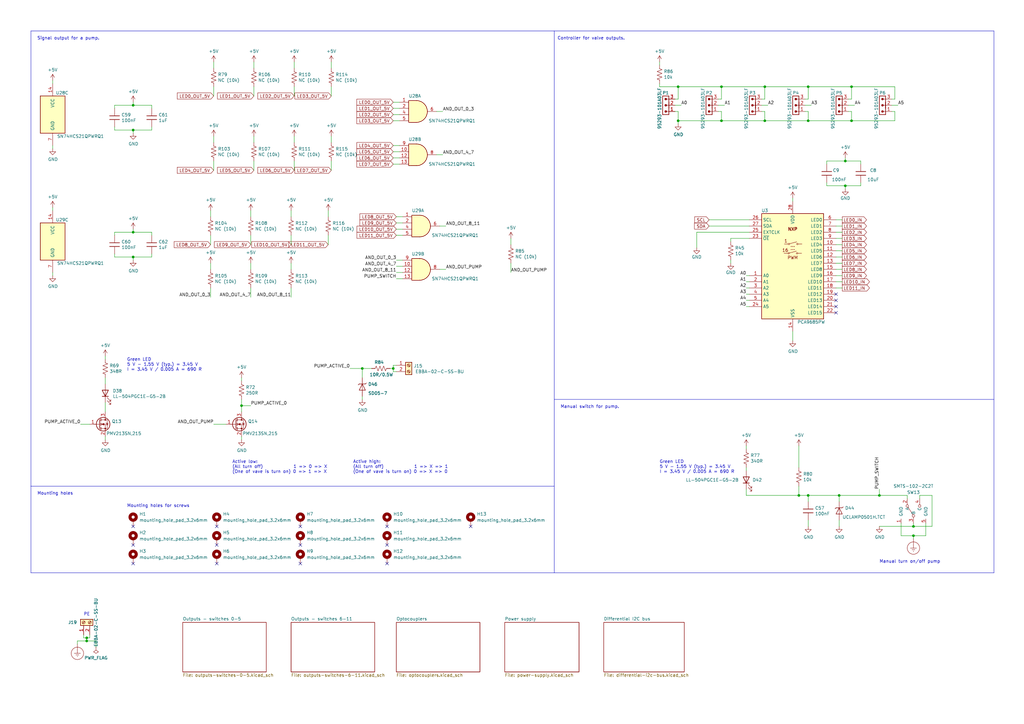
<source format=kicad_sch>
(kicad_sch (version 20230121) (generator eeschema)
  (paper "A3")
  (title_block (title "Zone controller") (date "2023-07-15") (rev "v2.0") (company "Roman Labovsky (roman-labovsky.cz)"))
  (junction (at 295.91 49.53))
  (junction (at 374.65 219.71))
  (junction (at 278.13 35.56))
  (junction (at 349.25 49.53))
  (junction (at 327.66 203.2))
  (junction (at 54.61 43.18))
  (junction (at 374.65 215.9))
  (junction (at 344.17 203.2))
  (junction (at 99.06 166.37))
  (junction (at 313.69 35.56))
  (junction (at 35.56 261.62))
  (junction (at 346.71 76.2))
  (junction (at 54.61 95.25))
  (junction (at 346.71 66.04))
  (junction (at 54.61 105.41))
  (junction (at 54.61 53.34))
  (junction (at 148.59 151.13))
  (junction (at 331.47 203.2))
  (junction (at 360.68 203.2))
  (junction (at 349.25 35.56))
  (junction (at 331.47 49.53))
  (junction (at 295.91 35.56))
  (junction (at 331.47 35.56))
  (junction (at 161.29 151.13))
  (junction (at 35.56 262.89))
  (junction (at 313.69 49.53))
  (junction (at 278.13 49.53))
  (no_connect (at 123.19 223.52))
  (no_connect (at 123.19 215.9))
  (no_connect (at 88.9 231.14))
  (no_connect (at 54.61 223.52))
  (no_connect (at 342.9 128.27))
  (no_connect (at 54.61 231.14))
  (no_connect (at 342.9 125.73))
  (no_connect (at 193.04 215.9))
  (no_connect (at 54.61 215.9))
  (no_connect (at 342.9 120.65))
  (no_connect (at 158.75 231.14))
  (no_connect (at 123.19 231.14))
  (no_connect (at 88.9 223.52))
  (no_connect (at 158.75 223.52))
  (no_connect (at 158.75 215.9))
  (no_connect (at 88.9 215.9))
  (no_connect (at 342.9 123.19))
  (wire (pts (xy 367.03 45.72) (xy 365.76 45.72)))
  (wire (pts (xy 165.1 109.22) (xy 162.56 109.22)))
  (wire (pts (xy 372.11 204.47) (xy 372.11 203.2)))
  (wire (pts (xy 104.14 25.4) (xy 104.14 27.94)))
  (wire (pts (xy 99.06 166.37) (xy 99.06 168.91)))
  (wire (pts (xy 331.47 40.64) (xy 331.47 35.56)))
  (wire (pts (xy 331.47 45.72) (xy 330.2 45.72)))
  (wire (pts (xy 87.63 35.56) (xy 87.63 39.37)))
  (wire (pts (xy 374.65 220.98) (xy 374.65 219.71)))
  (wire (pts (xy 342.9 107.95) (xy 345.44 107.95)))
  (wire (pts (xy 327.66 203.2) (xy 331.47 203.2)))
  (wire (pts (xy 119.38 96.52) (xy 119.38 100.33)))
  (wire (pts (xy 367.03 49.53) (xy 367.03 45.72)))
  (wire (pts (xy 161.29 151.13) (xy 161.29 152.4)))
  (wire (pts (xy 369.57 214.63) (xy 369.57 219.71)))
  (wire (pts (xy 342.9 118.11) (xy 345.44 118.11)))
  (wire (pts (xy 119.38 118.11) (xy 119.38 121.92)))
  (wire (pts (xy 54.61 41.91) (xy 54.61 43.18)))
  (wire (pts (xy 313.69 49.53) (xy 313.69 45.72)))
  (wire (pts (xy 99.06 180.34) (xy 99.06 179.07)))
  (wire (pts (xy 35.56 261.62) (xy 35.56 262.89)))
  (wire (pts (xy 276.86 43.18) (xy 279.4 43.18)))
  (wire (pts (xy 31.75 262.89) (xy 35.56 262.89)))
  (wire (pts (xy 360.68 203.2) (xy 372.11 203.2)))
  (wire (pts (xy 346.71 77.47) (xy 346.71 76.2)))
  (wire (pts (xy 46.99 52.07) (xy 46.99 53.34)))
  (wire (pts (xy 344.17 203.2) (xy 360.68 203.2)))
  (wire (pts (xy 313.69 35.56) (xy 295.91 35.56)))
  (wire (pts (xy 99.06 163.83) (xy 99.06 166.37)))
  (wire (pts (xy 349.25 45.72) (xy 347.98 45.72)))
  (wire (pts (xy 306.07 123.19) (xy 307.34 123.19)))
  (wire (pts (xy 349.25 40.64) (xy 349.25 35.56)))
  (wire (pts (xy 278.13 35.56) (xy 270.51 35.56)))
  (wire (pts (xy 342.9 113.03) (xy 345.44 113.03)))
  (wire (pts (xy 46.99 105.41) (xy 54.61 105.41)))
  (wire (pts (xy 365.76 43.18) (xy 368.3 43.18)))
  (wire (pts (xy 148.59 151.13) (xy 152.4 151.13)))
  (wire (pts (xy 290.83 92.71) (xy 307.34 92.71)))
  (wire (pts (xy 35.56 262.89) (xy 39.37 262.89)))
  (wire (pts (xy 104.14 66.04) (xy 104.14 69.85)))
  (wire (pts (xy 161.29 46.99) (xy 163.83 46.99)))
  (wire (pts (xy 36.83 261.62) (xy 36.83 260.35)))
  (wire (pts (xy 135.89 35.56) (xy 135.89 39.37)))
  (wire (pts (xy 209.55 97.79) (xy 209.55 100.33)))
  (wire (pts (xy 54.61 93.98) (xy 54.61 95.25)))
  (wire (pts (xy 339.09 76.2) (xy 346.71 76.2)))
  (wire (pts (xy 349.25 35.56) (xy 331.47 35.56)))
  (wire (pts (xy 285.75 95.25) (xy 285.75 101.6)))
  (wire (pts (xy 307.34 113.03) (xy 306.07 113.03)))
  (wire (pts (xy 43.18 168.91) (xy 43.18 165.1)))
  (wire (pts (xy 374.65 219.71) (xy 379.73 219.71)))
  (wire (pts (xy 342.9 102.87) (xy 345.44 102.87)))
  (wire (pts (xy 33.02 173.99) (xy 36.83 173.99)))
  (wire (pts (xy 161.29 149.86) (xy 161.29 151.13)))
  (wire (pts (xy 344.17 205.74) (xy 344.17 203.2)))
  (wire (pts (xy 367.03 35.56) (xy 349.25 35.56)))
  (wire (pts (xy 342.9 95.25) (xy 345.44 95.25)))
  (wire (pts (xy 46.99 95.25) (xy 46.99 96.52)))
  (wire (pts (xy 278.13 50.8) (xy 278.13 49.53)))
  (wire (pts (xy 342.9 110.49) (xy 345.44 110.49)))
  (wire (pts (xy 162.56 152.4) (xy 161.29 152.4)))
  (wire (pts (xy 276.86 40.64) (xy 278.13 40.64)))
  (wire (pts (xy 92.71 173.99) (xy 87.63 173.99)))
  (wire (pts (xy 86.36 107.95) (xy 86.36 110.49)))
  (wire (pts (xy 120.65 25.4) (xy 120.65 27.94)))
  (wire (pts (xy 209.55 107.95) (xy 209.55 111.76)))
  (wire (pts (xy 31.75 264.16) (xy 31.75 262.89)))
  (wire (pts (xy 349.25 49.53) (xy 367.03 49.53)))
  (wire (pts (xy 342.9 90.17) (xy 345.44 90.17)))
  (wire (pts (xy 165.1 96.52) (xy 162.56 96.52)))
  (wire (pts (xy 278.13 45.72) (xy 278.13 49.53)))
  (wire (pts (xy 360.68 200.66) (xy 360.68 203.2)))
  (wire (pts (xy 295.91 40.64) (xy 295.91 35.56)))
  (wire (pts (xy 86.36 118.11) (xy 86.36 121.92)))
  (wire (pts (xy 165.1 114.3) (xy 162.56 114.3)))
  (wire (pts (xy 179.07 45.72) (xy 181.61 45.72)))
  (wire (pts (xy 327.66 191.77) (xy 327.66 182.88)))
  (wire (pts (xy 344.17 215.9) (xy 344.17 213.36)))
  (wire (pts (xy 312.42 43.18) (xy 314.96 43.18)))
  (wire (pts (xy 21.59 60.96) (xy 21.59 59.69)))
  (wire (pts (xy 35.56 261.62) (xy 36.83 261.62)))
  (wire (pts (xy 21.59 85.09) (xy 21.59 86.36)))
  (wire (pts (xy 369.57 219.71) (xy 374.65 219.71)))
  (wire (pts (xy 330.2 40.64) (xy 331.47 40.64)))
  (wire (pts (xy 120.65 55.88) (xy 120.65 58.42)))
  (polyline (pts (xy 12.7 234.95) (xy 12.7 199.39)))
  (wire (pts (xy 165.1 106.68) (xy 162.56 106.68)))
  (wire (pts (xy 43.18 154.94) (xy 43.18 157.48)))
  (wire (pts (xy 374.65 215.9) (xy 382.27 215.9)))
  (wire (pts (xy 119.38 86.36) (xy 119.38 88.9)))
  (wire (pts (xy 342.9 115.57) (xy 345.44 115.57)))
  (wire (pts (xy 339.09 67.31) (xy 339.09 66.04)))
  (wire (pts (xy 347.98 40.64) (xy 349.25 40.64)))
  (polyline (pts (xy 12.7 199.39) (xy 227.33 199.39)))
  (wire (pts (xy 120.65 35.56) (xy 120.65 39.37)))
  (wire (pts (xy 135.89 55.88) (xy 135.89 58.42)))
  (wire (pts (xy 374.65 215.9) (xy 360.68 215.9)))
  (wire (pts (xy 161.29 44.45) (xy 163.83 44.45)))
  (wire (pts (xy 62.23 53.34) (xy 62.23 52.07)))
  (wire (pts (xy 148.59 163.83) (xy 148.59 162.56)))
  (wire (pts (xy 342.9 100.33) (xy 345.44 100.33)))
  (wire (pts (xy 119.38 107.95) (xy 119.38 110.49)))
  (wire (pts (xy 21.59 33.02) (xy 21.59 34.29)))
  (wire (pts (xy 294.64 43.18) (xy 297.18 43.18)))
  (wire (pts (xy 165.1 93.98) (xy 162.56 93.98)))
  (wire (pts (xy 163.83 41.91) (xy 161.29 41.91)))
  (wire (pts (xy 43.18 146.05) (xy 43.18 147.32)))
  (wire (pts (xy 161.29 64.77) (xy 163.83 64.77)))
  (wire (pts (xy 331.47 35.56) (xy 313.69 35.56)))
  (wire (pts (xy 374.65 214.63) (xy 374.65 215.9)))
  (wire (pts (xy 382.27 203.2) (xy 377.19 203.2)))
  (wire (pts (xy 342.9 92.71) (xy 345.44 92.71)))
  (wire (pts (xy 180.34 92.71) (xy 182.88 92.71)))
  (wire (pts (xy 102.87 118.11) (xy 102.87 121.92)))
  (wire (pts (xy 299.72 107.95) (xy 299.72 106.68)))
  (wire (pts (xy 313.69 49.53) (xy 331.47 49.53)))
  (wire (pts (xy 104.14 35.56) (xy 104.14 39.37)))
  (wire (pts (xy 290.83 90.17) (xy 307.34 90.17)))
  (wire (pts (xy 307.34 95.25) (xy 285.75 95.25)))
  (wire (pts (xy 346.71 64.77) (xy 346.71 66.04)))
  (wire (pts (xy 86.36 96.52) (xy 86.36 100.33)))
  (wire (pts (xy 160.02 151.13) (xy 161.29 151.13)))
  (wire (pts (xy 46.99 53.34) (xy 54.61 53.34)))
  (wire (pts (xy 295.91 49.53) (xy 313.69 49.53)))
  (wire (pts (xy 278.13 49.53) (xy 295.91 49.53)))
  (wire (pts (xy 180.34 110.49) (xy 182.88 110.49)))
  (wire (pts (xy 313.69 45.72) (xy 312.42 45.72)))
  (wire (pts (xy 135.89 66.04) (xy 135.89 69.85)))
  (wire (pts (xy 325.12 81.28) (xy 325.12 82.55)))
  (wire (pts (xy 377.19 203.2) (xy 377.19 204.47)))
  (wire (pts (xy 331.47 205.74) (xy 331.47 203.2)))
  (wire (pts (xy 295.91 45.72) (xy 294.64 45.72)))
  (wire (pts (xy 86.36 86.36) (xy 86.36 88.9)))
  (wire (pts (xy 62.23 95.25) (xy 62.23 96.52)))
  (wire (pts (xy 46.99 43.18) (xy 46.99 44.45)))
  (wire (pts (xy 306.07 203.2) (xy 327.66 203.2)))
  (wire (pts (xy 307.34 120.65) (xy 306.07 120.65)))
  (wire (pts (xy 327.66 203.2) (xy 327.66 199.39)))
  (wire (pts (xy 161.29 49.53) (xy 163.83 49.53)))
  (wire (pts (xy 104.14 55.88) (xy 104.14 58.42)))
  (wire (pts (xy 276.86 45.72) (xy 278.13 45.72)))
  (wire (pts (xy 179.07 63.5) (xy 181.61 63.5)))
  (wire (pts (xy 331.47 215.9) (xy 331.47 213.36)))
  (wire (pts (xy 34.29 261.62) (xy 35.56 261.62)))
  (polyline (pts (xy 12.7 12.7) (xy 407.67 12.7)))
  (wire (pts (xy 34.29 260.35) (xy 34.29 261.62)))
  (wire (pts (xy 367.03 40.64) (xy 367.03 35.56)))
  (wire (pts (xy 54.61 54.61) (xy 54.61 53.34)))
  (wire (pts (xy 161.29 67.31) (xy 163.83 67.31)))
  (wire (pts (xy 353.06 76.2) (xy 353.06 74.93)))
  (wire (pts (xy 325.12 135.89) (xy 325.12 139.7)))
  (wire (pts (xy 295.91 35.56) (xy 278.13 35.56)))
  (wire (pts (xy 270.51 35.56) (xy 270.51 34.29)))
  (wire (pts (xy 54.61 105.41) (xy 62.23 105.41)))
  (wire (pts (xy 307.34 118.11) (xy 306.07 118.11)))
  (wire (pts (xy 382.27 203.2) (xy 382.27 215.9)))
  (wire (pts (xy 21.59 113.03) (xy 21.59 111.76)))
  (wire (pts (xy 46.99 105.41) (xy 46.99 104.14)))
  (wire (pts (xy 379.73 219.71) (xy 379.73 214.63)))
  (polyline (pts (xy 227.33 234.95) (xy 12.7 234.95)))
  (wire (pts (xy 102.87 86.36) (xy 102.87 88.9)))
  (wire (pts (xy 99.06 154.94) (xy 99.06 156.21)))
  (wire (pts (xy 134.62 96.52) (xy 134.62 100.33)))
  (wire (pts (xy 39.37 262.89) (xy 39.37 265.43)))
  (wire (pts (xy 299.72 97.79) (xy 299.72 99.06)))
  (wire (pts (xy 331.47 49.53) (xy 349.25 49.53)))
  (wire (pts (xy 120.65 66.04) (xy 120.65 69.85)))
  (wire (pts (xy 161.29 149.86) (xy 162.56 149.86)))
  (wire (pts (xy 353.06 66.04) (xy 353.06 67.31)))
  (wire (pts (xy 134.62 86.36) (xy 134.62 88.9)))
  (wire (pts (xy 87.63 55.88) (xy 87.63 58.42)))
  (polyline (pts (xy 12.7 12.7) (xy 12.7 199.39)))
  (wire (pts (xy 62.23 104.14) (xy 62.23 105.41)))
  (wire (pts (xy 161.29 62.23) (xy 163.83 62.23)))
  (wire (pts (xy 278.13 40.64) (xy 278.13 35.56)))
  (polyline (pts (xy 407.67 12.7) (xy 407.67 234.95)))
  (polyline (pts (xy 227.33 234.95) (xy 407.67 234.95)))
  (wire (pts (xy 331.47 49.53) (xy 331.47 45.72)))
  (wire (pts (xy 347.98 43.18) (xy 350.52 43.18)))
  (wire (pts (xy 331.47 203.2) (xy 344.17 203.2)))
  (wire (pts (xy 313.69 40.64) (xy 313.69 35.56)))
  (wire (pts (xy 165.1 111.76) (xy 162.56 111.76)))
  (wire (pts (xy 295.91 49.53) (xy 295.91 45.72)))
  (wire (pts (xy 148.59 151.13) (xy 148.59 154.94)))
  (wire (pts (xy 346.71 66.04) (xy 353.06 66.04)))
  (wire (pts (xy 342.9 97.79) (xy 345.44 97.79)))
  (polyline (pts (xy 227.33 12.7) (xy 227.33 234.95)))
  (wire (pts (xy 102.87 96.52) (xy 102.87 100.33)))
  (wire (pts (xy 294.64 40.64) (xy 295.91 40.64)))
  (wire (pts (xy 54.61 95.25) (xy 62.23 95.25)))
  (wire (pts (xy 339.09 66.04) (xy 346.71 66.04)))
  (wire (pts (xy 346.71 76.2) (xy 353.06 76.2)))
  (wire (pts (xy 330.2 43.18) (xy 332.74 43.18)))
  (wire (pts (xy 46.99 95.25) (xy 54.61 95.25)))
  (wire (pts (xy 365.76 40.64) (xy 367.03 40.64)))
  (wire (pts (xy 165.1 91.44) (xy 162.56 91.44)))
  (wire (pts (xy 339.09 74.93) (xy 339.09 76.2)))
  (wire (pts (xy 307.34 125.73) (xy 306.07 125.73)))
  (wire (pts (xy 306.07 203.2) (xy 306.07 200.66)))
  (wire (pts (xy 306.07 193.04) (xy 306.07 191.77)))
  (polyline (pts (xy 227.33 163.83) (xy 407.67 163.83)))
  (wire (pts (xy 307.34 115.57) (xy 306.07 115.57)))
  (wire (pts (xy 306.07 182.88) (xy 306.07 184.15)))
  (wire (pts (xy 87.63 25.4) (xy 87.63 27.94)))
  (wire (pts (xy 349.25 49.53) (xy 349.25 45.72)))
  (wire (pts (xy 46.99 43.18) (xy 54.61 43.18)))
  (wire (pts (xy 99.06 166.37) (xy 102.87 166.37)))
  (wire (pts (xy 135.89 25.4) (xy 135.89 27.94)))
  (wire (pts (xy 102.87 107.95) (xy 102.87 110.49)))
  (wire (pts (xy 87.63 66.04) (xy 87.63 69.85)))
  (wire (pts (xy 270.51 26.67) (xy 270.51 25.4)))
  (wire (pts (xy 54.61 43.18) (xy 62.23 43.18)))
  (wire (pts (xy 312.42 40.64) (xy 313.69 40.64)))
  (wire (pts (xy 43.18 180.34) (xy 43.18 179.07)))
  (wire (pts (xy 307.34 97.79) (xy 299.72 97.79)))
  (wire (pts (xy 161.29 59.69) (xy 163.83 59.69)))
  (wire (pts (xy 54.61 53.34) (xy 62.23 53.34)))
  (wire (pts (xy 143.51 151.13) (xy 148.59 151.13)))
  (wire (pts (xy 54.61 106.68) (xy 54.61 105.41)))
  (wire (pts (xy 62.23 43.18) (xy 62.23 44.45)))
  (wire (pts (xy 165.1 88.9) (xy 162.56 88.9)))
  (wire (pts (xy 342.9 105.41) (xy 345.44 105.41)))
  (text "Manual switch for pump." (at 229.87 167.64 0) (effects (font (size 1.27 1.27)) (justify left bottom)))
  (text "PE" (at 34.29 252.73 0) (effects (font (size 1.27 1.27)) (justify left bottom)))
  (text "Mounting holes for screws" (at 52.07 208.28 0) (effects (font (size 1.27 1.27)) (justify left bottom)))
  (text "Green LED\n5 V - 1.55 V (typ.) = 3.45 V\nI = 3.45 V / 0.005 A = 690 R\n" (at 52.07 152.4 0) (effects (font (size 1.27 1.27)) (justify left bottom)))
  (text "Manual turn on/off pump" (at 360.68 231.14 0) (effects (font (size 1.27 1.27)) (justify left bottom)))
  (text "Signal output for a pump." (at 15.24 16.51 0) (effects (font (size 1.27 1.27)) (justify left bottom)))
  (text "Active high:\n(All turn off)             1 => X => 1\n(One of vave is turn on) 0 => X => 0\n" (at 144.78 194.31 0) (effects (font (size 1.27 1.27)) (justify left bottom)))
  (text "Active low:\n(All turn off)             1 => 0 => X\n(One of vave is turn on) 0 => 1 => X\n" (at 95.25 194.31 0) (effects (font (size 1.27 1.27)) (justify left bottom)))
  (text "Controller for valve outputs." (at 228.6 16.51 0) (effects (font (size 1.27 1.27)) (justify left bottom)))
  (text "Green LED\n5 V - 1.55 V (typ.) = 3.45 V\nI = 3.45 V / 0.005 A = 690 R\n" (at 270.51 194.31 0) (effects (font (size 1.27 1.27)) (justify left bottom)))
  (text "Mounting holes" (at 15.24 203.2 0) (effects (font (size 1.27 1.27)) (justify left bottom)))
  (label "AND_OUT_4_7" (at 181.61 63.5 0))
  (label "A3" (at 306.07 120.65 180))
  (label "PUMP_SWITCH" (at 360.68 200.66 90))
  (label "AND_OUT_0_3" (at 181.61 45.72 0))
  (label "PUMP_SWITCH" (at 162.56 114.3 180))
  (label "AND_OUT_8_11" (at 119.38 121.92 180))
  (label "PUMP_ACTIVE_0" (at 143.51 151.13 180))
  (label "A4" (at 350.52 43.18 0))
  (label "AND_OUT_4_7" (at 162.56 109.22 180))
  (label "AND_OUT_4_7" (at 102.87 121.92 180))
  (label "A1" (at 306.07 115.57 180))
  (label "AND_OUT_PUMP" (at 209.55 111.76 0))
  (label "A2" (at 314.96 43.18 0))
  (label "PUMP_ACTIVE_0" (at 102.87 166.37 0))
  (label "A0" (at 279.4 43.18 0))
  (label "A2" (at 306.07 118.11 180))
  (label "PUMP_ACTIVE_0" (at 33.02 173.99 180))
  (label "AND_OUT_8_11" (at 182.88 92.71 0))
  (label "AND_OUT_0_3" (at 162.56 106.68 180))
  (label "A1" (at 297.18 43.18 0))
  (label "A4" (at 306.07 123.19 180))
  (label "A3" (at 332.74 43.18 0))
  (label "A0" (at 306.07 113.03 180))
  (label "A5" (at 368.3 43.18 0))
  (label "AND_OUT_PUMP" (at 87.63 173.99 180))
  (label "AND_OUT_0_3" (at 86.36 121.92 180))
  (label "AND_OUT_PUMP" (at 182.88 110.49 0))
  (label "A5" (at 306.07 125.73 180))
  (label "AND_OUT_8_11" (at 162.56 111.76 180))
  (global_label "LED7_OUT_5V" (shape input) (at 161.29 67.31 180) (property "Intersheetrefs" "${INTERSHEET_REFS}" (effects hide)))
  (global_label "LED3_OUT_5V" (shape input) (at 135.89 39.37 180) (property "Intersheetrefs" "${INTERSHEET_REFS}" (effects hide)))
  (global_label "LED4_OUT_5V" (shape input) (at 161.29 59.69 180) (property "Intersheetrefs" "${INTERSHEET_REFS}" (effects hide)))
  (global_label "LED5_OUT_5V" (shape input) (at 104.14 69.85 180) (property "Intersheetrefs" "${INTERSHEET_REFS}" (effects hide)))
  (global_label "LED7_OUT_5V" (shape input) (at 135.89 69.85 180) (property "Intersheetrefs" "${INTERSHEET_REFS}" (effects hide)))
  (global_label "LED2_OUT_5V" (shape input) (at 120.65 39.37 180) (property "Intersheetrefs" "${INTERSHEET_REFS}" (effects hide)))
  (global_label "LED8_IN" (shape output) (at 345.44 110.49 0) (property "Intersheetrefs" "${INTERSHEET_REFS}" (effects hide)))
  (global_label "LED0_OUT_5V" (shape input) (at 87.63 39.37 180) (property "Intersheetrefs" "${INTERSHEET_REFS}" (effects hide)))
  (global_label "LED6_OUT_5V" (shape input) (at 161.29 64.77 180) (property "Intersheetrefs" "${INTERSHEET_REFS}" (effects hide)))
  (global_label "LED10_OUT_5V" (shape input) (at 162.56 93.98 180) (property "Intersheetrefs" "${INTERSHEET_REFS}" (effects hide)))
  (global_label "LED2_OUT_5V" (shape input) (at 161.29 46.99 180) (property "Intersheetrefs" "${INTERSHEET_REFS}" (effects hide)))
  (global_label "LED0_IN" (shape output) (at 345.44 90.17 0) (property "Intersheetrefs" "${INTERSHEET_REFS}" (effects hide)))
  (global_label "LED4_IN" (shape output) (at 345.44 100.33 0) (property "Intersheetrefs" "${INTERSHEET_REFS}" (effects hide)))
  (global_label "LED8_OUT_5V" (shape input) (at 86.36 100.33 180) (property "Intersheetrefs" "${INTERSHEET_REFS}" (effects hide)))
  (global_label "LED3_OUT_5V" (shape input) (at 161.29 49.53 180) (property "Intersheetrefs" "${INTERSHEET_REFS}" (effects hide)))
  (global_label "LED4_OUT_5V" (shape input) (at 87.63 69.85 180) (property "Intersheetrefs" "${INTERSHEET_REFS}" (effects hide)))
  (global_label "LED1_OUT_5V" (shape input) (at 161.29 44.45 180) (property "Intersheetrefs" "${INTERSHEET_REFS}" (effects hide)))
  (global_label "LED1_OUT_5V" (shape input) (at 104.14 39.37 180) (property "Intersheetrefs" "${INTERSHEET_REFS}" (effects hide)))
  (global_label "LED5_OUT_5V" (shape input) (at 161.29 62.23 180) (property "Intersheetrefs" "${INTERSHEET_REFS}" (effects hide)))
  (global_label "SDA" (shape input) (at 290.83 92.71 180) (property "Intersheetrefs" "${INTERSHEET_REFS}" (effects hide)))
  (global_label "LED5_IN" (shape output) (at 345.44 102.87 0) (property "Intersheetrefs" "${INTERSHEET_REFS}" (effects hide)))
  (global_label "LED11_IN" (shape output) (at 345.44 118.11 0) (property "Intersheetrefs" "${INTERSHEET_REFS}" (effects hide)))
  (global_label "LED8_OUT_5V" (shape input) (at 162.56 88.9 180) (property "Intersheetrefs" "${INTERSHEET_REFS}" (effects hide)))
  (global_label "LED11_OUT_5V" (shape input) (at 134.62 100.33 180) (property "Intersheetrefs" "${INTERSHEET_REFS}" (effects hide)))
  (global_label "LED11_OUT_5V" (shape input) (at 162.56 96.52 180) (property "Intersheetrefs" "${INTERSHEET_REFS}" (effects hide)))
  (global_label "LED6_OUT_5V" (shape input) (at 120.65 69.85 180) (property "Intersheetrefs" "${INTERSHEET_REFS}" (effects hide)))
  (global_label "LED9_OUT_5V" (shape input) (at 102.87 100.33 180) (property "Intersheetrefs" "${INTERSHEET_REFS}" (effects hide)))
  (global_label "LED3_IN" (shape output) (at 345.44 97.79 0) (property "Intersheetrefs" "${INTERSHEET_REFS}" (effects hide)))
  (global_label "LED0_OUT_5V" (shape input) (at 161.29 41.91 180) (property "Intersheetrefs" "${INTERSHEET_REFS}" (effects hide)))
  (global_label "LED7_IN" (shape output) (at 345.44 107.95 0) (property "Intersheetrefs" "${INTERSHEET_REFS}" (effects hide)))
  (global_label "LED9_OUT_5V" (shape input) (at 162.56 91.44 180) (property "Intersheetrefs" "${INTERSHEET_REFS}" (effects hide)))
  (global_label "LED2_IN" (shape output) (at 345.44 95.25 0) (property "Intersheetrefs" "${INTERSHEET_REFS}" (effects hide)))
  (global_label "LED6_IN" (shape output) (at 345.44 105.41 0) (property "Intersheetrefs" "${INTERSHEET_REFS}" (effects hide)))
  (global_label "LED10_IN" (shape output) (at 345.44 115.57 0) (property "Intersheetrefs" "${INTERSHEET_REFS}" (effects hide)))
  (global_label "SCL" (shape input) (at 290.83 90.17 180) (property "Intersheetrefs" "${INTERSHEET_REFS}" (effects hide)))
  (global_label "LED1_IN" (shape output) (at 345.44 92.71 0) (property "Intersheetrefs" "${INTERSHEET_REFS}" (effects hide)))
  (global_label "LED10_OUT_5V" (shape input) (at 119.38 100.33 180) (property "Intersheetrefs" "${INTERSHEET_REFS}" (effects hide)))
  (global_label "LED9_IN" (shape output) (at 345.44 113.03 0) (property "Intersheetrefs" "${INTERSHEET_REFS}" (effects hide)))
  (symbol (lib_id "driver_LED_rl:PCA9685PW") (at 325.12 107.95 0) (unit 1)
    (property "Reference" "U3" (at 313.69 86.36 0))
    (property "Value" "PCA9685PW" (at 332.74 132.08 0))
    (property "Footprint" "package_tssop_rl:tssop_28" (effects hide))
    (property "Datasheet" "http://www.nxp.com/documents/data_sheet/PCA9685.pdf" (effects hide))
  )
  (symbol (lib_id "capacitor_smd_rl:c_1206") (at 339.09 71.12 270) (unit 1)
    (property "Reference" "C9" (at 342.9 69.85 90))
    (property "Value" "100nF" (at 344.17 73.66 90))
    (property "Footprint" "capacitor_smd_rl:c_1206" (effects hide))
  )
  (symbol (lib_id "resistor_smd_rl:r_1206_us") (at 299.72 102.87 270) (unit 1)
    (property "Reference" "R45" (at 301.4472 101.7016 90) (effects (justify left)))
    (property "Value" "10k" (at 301.4472 104.013 90) (effects (justify left)))
    (property "Footprint" "resistor_smd_rl:r_1206" (effects hide))
  )
  (symbol (lib_id "power_rl:GND") (at 299.72 109.22 0) (unit 1)
    (property "Reference" "#PWR066" (effects hide))
    (property "Value" "GND" (at 299.72 111.76 0))
  )
  (symbol (lib_id "power_rl:GND") (at 285.75 102.87 0) (unit 1)
    (property "Reference" "#PWR065" (effects hide))
    (property "Value" "GND" (at 285.75 105.41 0))
  )
  (symbol (lib_id "capacitor_smd_rl:c_1206") (at 353.06 71.12 270) (unit 1)
    (property "Reference" "C8" (at 358.14 69.85 90))
    (property "Value" "10uF" (at 358.14 73.66 90))
    (property "Footprint" "capacitor_smd_rl:c_1206" (effects hide))
  )
  (symbol (lib_id "power_rl:GND") (at 346.71 78.74 0) (unit 1)
    (property "Reference" "#PWR069" (effects hide))
    (property "Value" "GND" (at 346.71 81.28 0))
  )
  (symbol (lib_id "resistor_smd_rl:r_1206_us") (at 306.07 187.96 270) (unit 1)
    (property "Reference" "R77" (at 307.7972 186.7916 90) (effects (justify left)))
    (property "Value" "340R" (at 307.7972 189.103 90) (effects (justify left)))
    (property "Footprint" "resistor_smd_rl:r_1206" (effects hide))
  )
  (symbol (lib_id "led_tht_rl:LL-504PGC1E-G5-2B") (at 306.07 196.85 90) (unit 1)
    (property "Reference" "D42" (at 308.61 196.85 90) (effects (justify right)))
    (property "Value" "LL-504PGC1E-G5-2B" (at 292.1 196.85 90))
    (property "Footprint" "led_tht_rl:led_d5mm_2.54mm" (effects hide))
    (property "Datasheet" "https://www.luckylight.cn/media/component/data-sheet/504PGC1E-G5-2B.pdf" (effects hide))
  )
  (symbol (lib_id "capacitor_smd_rl:c_1206") (at 46.99 48.26 90) (unit 1)
    (property "Reference" "C59" (at 49.784 47.0916 90) (effects (justify right)))
    (property "Value" "100nF" (at 49.784 49.403 90) (effects (justify right)))
    (property "Footprint" "capacitor_smd_rl:c_1206" (effects hide))
  )
  (symbol (lib_id "capacitor_smd_rl:c_1206") (at 62.23 48.26 90) (unit 1)
    (property "Reference" "C61" (at 65.024 47.0916 90) (effects (justify right)))
    (property "Value" "1uF" (at 65.024 49.403 90) (effects (justify right)))
    (property "Footprint" "capacitor_smd_rl:c_1206" (effects hide))
  )
  (symbol (lib_id "74xx_rl:SN74HCS21QPWRQ1") (at 172.72 92.71 0) (unit 1)
    (property "Reference" "U29" (at 171.45 86.36 0))
    (property "Value" "SN74HCS21QPWRQ1" (at 186.69 96.52 0))
    (property "Footprint" "package_tssop_rl:tssop_14" (effects hide))
    (property "Datasheet" "https://www.ti.com/lit/ds/symlink/sn74hcs21-q1.pdf?ts=1655128947146&ref_url=https%253A%252F%252Fwww.ti.com%252Fsitesearch%252Fen-us%252Fdocs%252Funiversalsearch.tsp%253FlangPref%253Den-US%2526searchTerm%253DSN74HCS21QDRQ1%2526nr%253D2" (effects hide))
    (property "Manufacturer" "Texas Instruments" (effects hide))
  )
  (symbol (lib_id "74xx_rl:SN74HCS21QPWRQ1") (at 172.72 110.49 0) (unit 2)
    (property "Reference" "U29" (at 171.45 104.14 0))
    (property "Value" "SN74HCS21QPWRQ1" (at 186.69 114.3 0))
    (property "Footprint" "package_tssop_rl:tssop_14" (effects hide))
    (property "Datasheet" "https://www.ti.com/lit/ds/symlink/sn74hcs21-q1.pdf?ts=1655128947146&ref_url=https%253A%252F%252Fwww.ti.com%252Fsitesearch%252Fen-us%252Fdocs%252Funiversalsearch.tsp%253FlangPref%253Den-US%2526searchTerm%253DSN74HCS21QDRQ1%2526nr%253D2" (effects hide))
    (property "Manufacturer" "Texas Instruments" (effects hide))
  )
  (symbol (lib_id "74xx_rl:SN74HCS21QPWRQ1") (at 21.59 99.06 0) (unit 3)
    (property "Reference" "U29" (at 22.86 90.17 0) (effects (justify left)))
    (property "Value" "SN74HCS21QPWRQ1" (at 33.02 107.95 0))
    (property "Footprint" "package_tssop_rl:tssop_14" (effects hide))
    (property "Datasheet" "https://www.ti.com/lit/ds/symlink/sn74hcs21-q1.pdf?ts=1655128947146&ref_url=https%253A%252F%252Fwww.ti.com%252Fsitesearch%252Fen-us%252Fdocs%252Funiversalsearch.tsp%253FlangPref%253Den-US%2526searchTerm%253DSN74HCS21QDRQ1%2526nr%253D2" (effects hide))
    (property "Manufacturer" "Texas Instruments" (effects hide))
  )
  (symbol (lib_id "power_rl:+5V") (at 306.07 182.88 0) (unit 1)
    (property "Reference" "#PWR0281" (effects hide))
    (property "Value" "+5V" (at 306.07 178.4858 0))
  )
  (symbol (lib_id "power_rl:GND") (at 54.61 55.88 0) (unit 1)
    (property "Reference" "#PWR0282" (effects hide))
    (property "Value" "GND" (at 54.737 59.0042 0))
  )
  (symbol (lib_id "power_rl:+5V") (at 21.59 33.02 0) (unit 1)
    (property "Reference" "#PWR0112" (effects hide))
    (property "Value" "+5V" (at 21.59 28.6258 0))
  )
  (symbol (lib_id "power_rl:+5V") (at 54.61 41.91 0) (unit 1)
    (property "Reference" "#PWR0331" (effects hide))
    (property "Value" "+5V" (at 54.61 37.5158 0))
  )
  (symbol (lib_id "power_rl:GND") (at 21.59 62.23 0) (unit 1)
    (property "Reference" "#PWR0113" (effects hide))
    (property "Value" "GND" (at 21.717 65.3542 0))
  )
  (symbol (lib_id "capacitor_smd_rl:c_1206") (at 46.99 100.33 90) (unit 1)
    (property "Reference" "C60" (at 49.784 99.1616 90) (effects (justify right)))
    (property "Value" "100nF" (at 49.784 101.473 90) (effects (justify right)))
    (property "Footprint" "capacitor_smd_rl:c_1206" (effects hide))
  )
  (symbol (lib_id "capacitor_smd_rl:c_1206") (at 62.23 100.33 90) (unit 1)
    (property "Reference" "C62" (at 65.024 99.1616 90) (effects (justify right)))
    (property "Value" "1uF" (at 65.024 101.473 90) (effects (justify right)))
    (property "Footprint" "capacitor_smd_rl:c_1206" (effects hide))
  )
  (symbol (lib_id "power_rl:GND") (at 54.61 107.95 0) (unit 1)
    (property "Reference" "#PWR0283" (effects hide))
    (property "Value" "GND" (at 54.737 111.0742 0))
  )
  (symbol (lib_id "power_rl:+5V") (at 54.61 93.98 0) (unit 1)
    (property "Reference" "#PWR0332" (effects hide))
    (property "Value" "+5V" (at 54.61 89.5858 0))
  )
  (symbol (lib_id "power_rl:+5V") (at 21.59 85.09 0) (unit 1)
    (property "Reference" "#PWR0114" (effects hide))
    (property "Value" "+5V" (at 21.59 80.6958 0))
  )
  (symbol (lib_id "power_rl:GND") (at 21.59 114.3 0) (unit 1)
    (property "Reference" "#PWR0115" (effects hide))
    (property "Value" "GND" (at 21.717 117.4242 0))
  )
  (symbol (lib_id "power_rl:+5V") (at 325.12 81.28 0) (unit 1)
    (property "Reference" "#PWR0110" (effects hide))
    (property "Value" "+5V" (at 325.12 76.8858 0))
  )
  (symbol (lib_id "power_rl:GND") (at 325.12 140.97 0) (unit 1)
    (property "Reference" "#PWR0111" (effects hide))
    (property "Value" "GND" (at 325.247 144.0942 0))
  )
  (symbol (lib_id "terminal_block_tht_rl:EBBA-02-C-SS-BU") (at 167.64 151.13 0) (unit 1)
    (property "Reference" "J15" (at 169.672 150.0632 0) (effects (justify left)))
    (property "Value" "EBBA-02-C-SS-BU" (at 180.34 152.4 0))
    (property "Footprint" "terminal_block_tht_rl:EBBA-02-C-SS-BU" (effects hide))
    (property "Datasheet" "https://app.adam-tech.com/products/download/data_sheet/204164/ebba-xx-c-ss-bu-data-sheet.pdf" (effects hide))
  )
  (symbol (lib_id "transil_diode_smd_rl:SD05-7") (at 148.59 158.75 0) (unit 1)
    (property "Reference" "D46" (at 150.9776 157.5816 0) (effects (justify left)))
    (property "Value" "SD05-7" (at 154.94 161.29 0))
    (property "Footprint" "package_sod_rl:sod_323" (effects hide))
    (property "Datasheet" "https://www.diodes.com/assets/Datasheets/ds31594.pdf" (effects hide))
  )
  (symbol (lib_id "power_rl:GND") (at 148.59 165.1 0) (unit 1)
    (property "Reference" "#PWR0119" (effects hide))
    (property "Value" "GND" (at 148.717 168.2242 0))
  )
  (symbol (lib_id "unipolar_transistor_smd_rl:PMV213SN,215") (at 43.18 173.99 0) (unit 1)
    (property "Reference" "Q13" (at 45.847 172.8216 0) (effects (justify left)))
    (property "Value" "PMV213SN,215" (at 50.8 177.8 0))
    (property "Footprint" "package_sot_rl:sot_23" (effects hide))
    (property "Datasheet" "https://assets.nexperia.com/documents/data-sheet/PMV213SN.pdf" (effects hide))
  )
  (symbol (lib_id "power_rl:GND") (at 43.18 181.61 0) (unit 1)
    (property "Reference" "#PWR0120" (effects hide))
    (property "Value" "GND" (at 43.307 184.7342 0))
  )
  (symbol (lib_id "led_tht_rl:LL-504PGC1E-G5-2B") (at 43.18 161.29 90) (unit 1)
    (property "Reference" "D38" (at 46.1772 160.2994 90) (effects (justify right)))
    (property "Value" "LL-504PGC1E-G5-2B" (at 57.15 162.56 90))
    (property "Footprint" "led_tht_rl:led_d5mm_2.54mm" (effects hide))
    (property "Datasheet" "https://www.luckylight.cn/media/component/data-sheet/504PGC1E-G5-2B.pdf" (effects hide))
  )
  (symbol (lib_id "resistor_smd_rl:r_1206_us") (at 43.18 151.13 270) (unit 1)
    (property "Reference" "R69" (at 44.9072 149.9616 90) (effects (justify left)))
    (property "Value" "348R" (at 44.9072 152.273 90) (effects (justify left)))
    (property "Footprint" "resistor_smd_rl:r_1206" (effects hide))
  )
  (symbol (lib_id "power_rl:+5V") (at 43.18 146.05 0) (unit 1)
    (property "Reference" "#PWR0121" (effects hide))
    (property "Value" "+5V" (at 43.18 141.6558 0))
  )
  (symbol (lib_id "power_rl:Earth_Protective") (at 374.65 220.98 0) (unit 1)
    (property "Reference" "#PWR0135" (effects hide))
    (property "Value" "Earth_Protective" (effects hide))
  )
  (symbol (lib_id "switch_tht_rl:SMTS-102-2C2T") (at 374.65 208.28 90) (unit 1)
    (property "Reference" "SW13" (at 374.65 201.93 90))
    (property "Value" "SMTS-102-2C2T" (at 374.65 199.39 90))
    (property "Footprint" "switch_tht_rl:SMTS-102-2C2T" (effects hide))
    (property "Datasheet" "https://www.gme.cz/data/attachments/dsh.631-528.1.pdf" (effects hide))
  )
  (symbol (lib_id "resistor_smd_rl:r_1206_us") (at 327.66 195.58 270) (unit 1)
    (property "Reference" "R80" (at 329.3872 194.4116 90) (effects (justify left)))
    (property "Value" "10k" (at 329.3872 196.723 90) (effects (justify left)))
    (property "Footprint" "resistor_smd_rl:r_1206" (effects hide))
  )
  (symbol (lib_id "power_rl:+5V") (at 346.71 64.77 0) (unit 1)
    (property "Reference" "#PWR0333" (effects hide))
    (property "Value" "+5V" (at 346.71 60.3758 0))
  )
  (symbol (lib_id "power_rl:+5V") (at 327.66 182.88 0) (unit 1)
    (property "Reference" "#PWR0134" (effects hide))
    (property "Value" "+5V" (at 327.66 178.4858 0))
  )
  (symbol (lib_id "unipolar_transistor_smd_rl:PMV213SN,215") (at 99.06 173.99 0) (unit 1)
    (property "Reference" "Q14" (at 101.727 172.8216 0) (effects (justify left)))
    (property "Value" "PMV213SN,215" (at 106.68 177.8 0))
    (property "Footprint" "package_sot_rl:sot_23" (effects hide))
    (property "Datasheet" "https://assets.nexperia.com/documents/data-sheet/PMV213SN.pdf" (effects hide))
  )
  (symbol (lib_id "power_rl:GND") (at 99.06 181.61 0) (unit 1)
    (property "Reference" "#PWR0279" (effects hide))
    (property "Value" "GND" (at 99.187 184.7342 0))
  )
  (symbol (lib_id "74xx_rl:SN74HCS21QPWRQ1") (at 171.45 45.72 0) (unit 1)
    (property "Reference" "U28" (at 170.18 39.37 0))
    (property "Value" "SN74HCS21QPWRQ1" (at 185.42 49.53 0))
    (property "Footprint" "package_tssop_rl:tssop_14" (effects hide))
    (property "Datasheet" "https://www.ti.com/lit/ds/symlink/sn74hcs21-q1.pdf?ts=1655128947146&ref_url=https%253A%252F%252Fwww.ti.com%252Fsitesearch%252Fen-us%252Fdocs%252Funiversalsearch.tsp%253FlangPref%253Den-US%2526searchTerm%253DSN74HCS21QDRQ1%2526nr%253D2" (effects hide))
    (property "Manufacturer" "Texas Instruments" (effects hide))
  )
  (symbol (lib_id "74xx_rl:SN74HCS21QPWRQ1") (at 171.45 63.5 0) (unit 2)
    (property "Reference" "U28" (at 170.18 57.15 0))
    (property "Value" "SN74HCS21QPWRQ1" (at 185.42 67.31 0))
    (property "Footprint" "package_tssop_rl:tssop_14" (effects hide))
    (property "Datasheet" "https://www.ti.com/lit/ds/symlink/sn74hcs21-q1.pdf?ts=1655128947146&ref_url=https%253A%252F%252Fwww.ti.com%252Fsitesearch%252Fen-us%252Fdocs%252Funiversalsearch.tsp%253FlangPref%253Den-US%2526searchTerm%253DSN74HCS21QDRQ1%2526nr%253D2" (effects hide))
    (property "Manufacturer" "Texas Instruments" (effects hide))
  )
  (symbol (lib_id "74xx_rl:SN74HCS21QPWRQ1") (at 21.59 46.99 0) (unit 3)
    (property "Reference" "U28" (at 22.86 38.1 0) (effects (justify left)))
    (property "Value" "SN74HCS21QPWRQ1" (at 33.02 55.88 0))
    (property "Footprint" "package_tssop_rl:tssop_14" (effects hide))
    (property "Datasheet" "https://www.ti.com/lit/ds/symlink/sn74hcs21-q1.pdf?ts=1655128947146&ref_url=https%253A%252F%252Fwww.ti.com%252Fsitesearch%252Fen-us%252Fdocs%252Funiversalsearch.tsp%253FlangPref%253Den-US%2526searchTerm%253DSN74HCS21QDRQ1%2526nr%253D2" (effects hide))
    (property "Manufacturer" "Texas Instruments" (effects hide))
  )
  (symbol (lib_id "resistor_smd_rl:r_1206_us") (at 99.06 160.02 270) (unit 1)
    (property "Reference" "R72" (at 100.7872 158.8516 90) (effects (justify left)))
    (property "Value" "250R" (at 100.7872 161.163 90) (effects (justify left)))
    (property "Footprint" "resistor_smd_rl:r_1206" (effects hide))
  )
  (symbol (lib_id "power_rl:GND") (at 360.68 217.17 0) (unit 1)
    (property "Reference" "#PWR0136" (effects hide))
    (property "Value" "GND" (at 360.807 220.2942 0))
  )
  (symbol (lib_id "capacitor_smd_rl:c_1206") (at 331.47 209.55 270) (unit 1)
    (property "Reference" "C57" (at 334.264 208.3816 90) (effects (justify left)))
    (property "Value" "100nF" (at 334.264 210.693 90) (effects (justify left)))
    (property "Footprint" "capacitor_smd_rl:c_1206" (effects hide))
  )
  (symbol (lib_id "power_rl:GND") (at 331.47 217.17 0) (unit 1)
    (property "Reference" "#PWR0137" (effects hide))
    (property "Value" "GND" (at 331.597 220.2942 0))
  )
  (symbol (lib_id "power_rl:+5V") (at 99.06 154.94 0) (unit 1)
    (property "Reference" "#PWR0123" (effects hide))
    (property "Value" "+5V" (at 99.06 150.5458 0))
  )
  (symbol (lib_id "transil_diode_smd_rl:UCLAMP0501H.TCT") (at 344.17 209.55 0) (unit 1)
    (property "Reference" "D44" (at 346.5576 208.3816 0) (effects (justify left)))
    (property "Value" "UCLAMP0501H.TCT" (at 354.33 212.09 0))
    (property "Footprint" "package_sod_rl:sod_523" (effects hide))
    (property "Datasheet" "https://semtech.my.salesforce.com/sfc/p/#E0000000JelG/a/44000000MCOu/TAxz.g3b9Kc3zALQPNaVYTri83_DHtuxXaYryd8B43M" (effects hide))
  )
  (symbol (lib_id "power_rl:GND") (at 344.17 217.17 0) (unit 1)
    (property "Reference" "#PWR0138" (effects hide))
    (property "Value" "GND" (at 344.297 220.2942 0))
  )
  (symbol (lib_id "resistor_smd_rl:r_1206_us") (at 209.55 104.14 270) (unit 1)
    (property "Reference" "R85" (at 211.2772 102.9716 90) (effects (justify left)))
    (property "Value" "NC (10k)" (at 211.2772 105.283 90) (effects (justify left)))
    (property "Footprint" "resistor_smd_rl:r_1206" (effects hide))
  )
  (symbol (lib_id "power_rl:+5V") (at 209.55 97.79 0) (unit 1)
    (property "Reference" "#PWR0125" (effects hide))
    (property "Value" "+5V" (at 209.55 93.3958 0))
  )
  (symbol (lib_id "connector_smd_pin_header_2.54mm_rl:95293-101A03LF") (at 290.83 43.18 90) (unit 1)
    (property "Reference" "P2" (at 290.83 38.1 90))
    (property "Value" "95293-101A03LF" (at 288.29 44.45 0))
    (property "Footprint" "connector_smd_pinheader_2.54mm_rl:1x3_pinheader_2.54mm_vertical" (effects hide))
    (property "Datasheet" "https://cdn.amphenol-cs.com/media/wysiwyg/files/drawing/95293.pdf" (effects hide))
  )
  (symbol (lib_id "connector_smd_pin_header_2.54mm_rl:95293-101A03LF") (at 308.61 43.18 90) (unit 1)
    (property "Reference" "P3" (at 308.61 38.1 90))
    (property "Value" "95293-101A03LF" (at 306.07 44.45 0))
    (property "Footprint" "connector_smd_pinheader_2.54mm_rl:1x3_pinheader_2.54mm_vertical" (effects hide))
    (property "Datasheet" "https://cdn.amphenol-cs.com/media/wysiwyg/files/drawing/95293.pdf" (effects hide))
  )
  (symbol (lib_id "connector_smd_pin_header_2.54mm_rl:95293-101A03LF") (at 326.39 43.18 90) (unit 1)
    (property "Reference" "P4" (at 326.39 38.1 90))
    (property "Value" "95293-101A03LF" (at 323.85 44.45 0))
    (property "Footprint" "connector_smd_pinheader_2.54mm_rl:1x3_pinheader_2.54mm_vertical" (effects hide))
    (property "Datasheet" "https://cdn.amphenol-cs.com/media/wysiwyg/files/drawing/95293.pdf" (effects hide))
  )
  (symbol (lib_id "connector_smd_pin_header_2.54mm_rl:95293-101A03LF") (at 344.17 43.18 90) (unit 1)
    (property "Reference" "P5" (at 344.17 38.1 90))
    (property "Value" "95293-101A03LF" (at 341.63 44.45 0))
    (property "Footprint" "connector_smd_pinheader_2.54mm_rl:1x3_pinheader_2.54mm_vertical" (effects hide))
    (property "Datasheet" "https://cdn.amphenol-cs.com/media/wysiwyg/files/drawing/95293.pdf" (effects hide))
  )
  (symbol (lib_id "connector_smd_pin_header_2.54mm_rl:95293-101A03LF") (at 361.95 43.18 90) (unit 1)
    (property "Reference" "P6" (at 361.95 38.1 90))
    (property "Value" "95293-101A03LF" (at 359.41 44.45 0))
    (property "Footprint" "connector_smd_pinheader_2.54mm_rl:1x3_pinheader_2.54mm_vertical" (effects hide))
    (property "Datasheet" "https://cdn.amphenol-cs.com/media/wysiwyg/files/drawing/95293.pdf" (effects hide))
  )
  (symbol (lib_id "connector_smd_pin_header_2.54mm_rl:95293-101A03LF") (at 273.05 43.18 90) (unit 1)
    (property "Reference" "P1" (at 273.05 38.1 90))
    (property "Value" "95293-101A03LF" (at 270.51 44.45 0))
    (property "Footprint" "connector_smd_pinheader_2.54mm_rl:1x3_pinheader_2.54mm_vertical" (effects hide))
    (property "Datasheet" "https://cdn.amphenol-cs.com/media/wysiwyg/files/drawing/95293.pdf" (effects hide))
  )
  (symbol (lib_id "resistor_smd_rl:r_1206_us") (at 87.63 31.75 270) (unit 1)
    (property "Reference" "R79" (at 89.3572 30.5816 90) (effects (justify left)))
    (property "Value" "NC (10k)" (at 89.3572 32.893 90) (effects (justify left)))
    (property "Footprint" "resistor_smd_rl:r_1206" (effects hide))
  )
  (symbol (lib_id "power_rl:+5V") (at 87.63 25.4 0) (unit 1)
    (property "Reference" "#PWR0122" (effects hide))
    (property "Value" "+5V" (at 87.63 21.0058 0))
  )
  (symbol (lib_id "resistor_smd_rl:r_1206_us") (at 104.14 31.75 270) (unit 1)
    (property "Reference" "R106" (at 105.8672 30.5816 90) (effects (justify left)))
    (property "Value" "NC (10k)" (at 105.8672 32.893 90) (effects (justify left)))
    (property "Footprint" "resistor_smd_rl:r_1206" (effects hide))
  )
  (symbol (lib_id "power_rl:+5V") (at 104.14 25.4 0) (unit 1)
    (property "Reference" "#PWR0124" (effects hide))
    (property "Value" "+5V" (at 104.14 21.0058 0))
  )
  (symbol (lib_id "resistor_smd_rl:r_1206_us") (at 120.65 31.75 270) (unit 1)
    (property "Reference" "R110" (at 122.3772 30.5816 90) (effects (justify left)))
    (property "Value" "NC (10k)" (at 122.3772 32.893 90) (effects (justify left)))
    (property "Footprint" "resistor_smd_rl:r_1206" (effects hide))
  )
  (symbol (lib_id "power_rl:+5V") (at 120.65 25.4 0) (unit 1)
    (property "Reference" "#PWR0341" (effects hide))
    (property "Value" "+5V" (at 120.65 21.0058 0))
  )
  (symbol (lib_id "resistor_smd_rl:r_1206_us") (at 135.89 31.75 270) (unit 1)
    (property "Reference" "R114" (at 137.6172 30.5816 90) (effects (justify left)))
    (property "Value" "NC (10k)" (at 137.6172 32.893 90) (effects (justify left)))
    (property "Footprint" "resistor_smd_rl:r_1206" (effects hide))
  )
  (symbol (lib_id "power_rl:+5V") (at 135.89 25.4 0) (unit 1)
    (property "Reference" "#PWR0342" (effects hide))
    (property "Value" "+5V" (at 135.89 21.0058 0))
  )
  (symbol (lib_id "resistor_smd_rl:r_1206_us") (at 87.63 62.23 270) (unit 1)
    (property "Reference" "R103" (at 89.3572 61.0616 90) (effects (justify left)))
    (property "Value" "NC (10k)" (at 89.3572 63.373 90) (effects (justify left)))
    (property "Footprint" "resistor_smd_rl:r_1206" (effects hide))
  )
  (symbol (lib_id "power_rl:+5V") (at 87.63 55.88 0) (unit 1)
    (property "Reference" "#PWR0343" (effects hide))
    (property "Value" "+5V" (at 87.63 51.4858 0))
  )
  (symbol (lib_id "resistor_smd_rl:r_1206_us") (at 104.14 62.23 270) (unit 1)
    (property "Reference" "R107" (at 105.8672 61.0616 90) (effects (justify left)))
    (property "Value" "NC (10k)" (at 105.8672 63.373 90) (effects (justify left)))
    (property "Footprint" "resistor_smd_rl:r_1206" (effects hide))
  )
  (symbol (lib_id "power_rl:+5V") (at 104.14 55.88 0) (unit 1)
    (property "Reference" "#PWR0344" (effects hide))
    (property "Value" "+5V" (at 104.14 51.4858 0))
  )
  (symbol (lib_id "resistor_smd_rl:r_1206_us") (at 120.65 62.23 270) (unit 1)
    (property "Reference" "R111" (at 122.3772 61.0616 90) (effects (justify left)))
    (property "Value" "NC (10k)" (at 122.3772 63.373 90) (effects (justify left)))
    (property "Footprint" "resistor_smd_rl:r_1206" (effects hide))
  )
  (symbol (lib_id "power_rl:+5V") (at 120.65 55.88 0) (unit 1)
    (property "Reference" "#PWR0345" (effects hide))
    (property "Value" "+5V" (at 120.65 51.4858 0))
  )
  (symbol (lib_id "resistor_smd_rl:r_1206_us") (at 135.89 62.23 270) (unit 1)
    (property "Reference" "R115" (at 137.6172 61.0616 90) (effects (justify left)))
    (property "Value" "NC (10k)" (at 137.6172 63.373 90) (effects (justify left)))
    (property "Footprint" "resistor_smd_rl:r_1206" (effects hide))
  )
  (symbol (lib_id "power_rl:+5V") (at 135.89 55.88 0) (unit 1)
    (property "Reference" "#PWR0346" (effects hide))
    (property "Value" "+5V" (at 135.89 51.4858 0))
  )
  (symbol (lib_id "resistor_smd_rl:r_1206_us") (at 270.51 30.48 270) (unit 1)
    (property "Reference" "R86" (at 272.2372 29.3116 90) (effects (justify left)))
    (property "Value" "10k" (at 272.2372 31.623 90) (effects (justify left)))
    (property "Footprint" "resistor_smd_rl:r_1206" (effects hide))
  )
  (symbol (lib_id "power_rl:+5V") (at 270.51 25.4 0) (unit 1)
    (property "Reference" "#PWR0139" (effects hide))
    (property "Value" "+5V" (at 270.51 21.0058 0))
  )
  (symbol (lib_id "resistor_smd_rl:r_1206_us") (at 86.36 92.71 270) (unit 1)
    (property "Reference" "R104" (at 88.0872 91.5416 90) (effects (justify left)))
    (property "Value" "NC (10k)" (at 88.0872 93.853 90) (effects (justify left)))
    (property "Footprint" "resistor_smd_rl:r_1206" (effects hide))
  )
  (symbol (lib_id "power_rl:+5V") (at 86.36 86.36 0) (unit 1)
    (property "Reference" "#PWR0347" (effects hide))
    (property "Value" "+5V" (at 86.36 81.9658 0))
  )
  (symbol (lib_id "resistor_smd_rl:r_1206_us") (at 102.87 92.71 270) (unit 1)
    (property "Reference" "R108" (at 104.5972 91.5416 90) (effects (justify left)))
    (property "Value" "NC (10k)" (at 104.5972 93.853 90) (effects (justify left)))
    (property "Footprint" "resistor_smd_rl:r_1206" (effects hide))
  )
  (symbol (lib_id "power_rl:+5V") (at 102.87 86.36 0) (unit 1)
    (property "Reference" "#PWR0348" (effects hide))
    (property "Value" "+5V" (at 102.87 81.9658 0))
  )
  (symbol (lib_id "resistor_smd_rl:r_1206_us") (at 119.38 92.71 270) (unit 1)
    (property "Reference" "R112" (at 121.1072 91.5416 90) (effects (justify left)))
    (property "Value" "NC (10k)" (at 121.1072 93.853 90) (effects (justify left)))
    (property "Footprint" "resistor_smd_rl:r_1206" (effects hide))
  )
  (symbol (lib_id "power_rl:+5V") (at 119.38 86.36 0) (unit 1)
    (property "Reference" "#PWR0349" (effects hide))
    (property "Value" "+5V" (at 119.38 81.9658 0))
  )
  (symbol (lib_id "resistor_smd_rl:r_1206_us") (at 134.62 92.71 270) (unit 1)
    (property "Reference" "R116" (at 136.3472 91.5416 90) (effects (justify left)))
    (property "Value" "NC (10k)" (at 136.3472 93.853 90) (effects (justify left)))
    (property "Footprint" "resistor_smd_rl:r_1206" (effects hide))
  )
  (symbol (lib_id "power_rl:+5V") (at 134.62 86.36 0) (unit 1)
    (property "Reference" "#PWR0350" (effects hide))
    (property "Value" "+5V" (at 134.62 81.9658 0))
  )
  (symbol (lib_id "resistor_smd_rl:r_1206_us") (at 86.36 114.3 270) (unit 1)
    (property "Reference" "R105" (at 88.0872 113.1316 90) (effects (justify left)))
    (property "Value" "NC (10k)" (at 88.0872 115.443 90) (effects (justify left)))
    (property "Footprint" "resistor_smd_rl:r_1206" (effects hide))
  )
  (symbol (lib_id "power_rl:+5V") (at 86.36 107.95 0) (unit 1)
    (property "Reference" "#PWR0351" (effects hide))
    (property "Value" "+5V" (at 86.36 103.5558 0))
  )
  (symbol (lib_id "resistor_smd_rl:r_1206_us") (at 102.87 114.3 270) (unit 1)
    (property "Reference" "R109" (at 104.5972 113.1316 90) (effects (justify left)))
    (property "Value" "NC (10k)" (at 104.5972 115.443 90) (effects (justify left)))
    (property "Footprint" "resistor_smd_rl:r_1206" (effects hide))
  )
  (symbol (lib_id "power_rl:+5V") (at 102.87 107.95 0) (unit 1)
    (property "Reference" "#PWR0352" (effects hide))
    (property "Value" "+5V" (at 102.87 103.5558 0))
  )
  (symbol (lib_id "resistor_smd_rl:r_1206_us") (at 119.38 114.3 270) (unit 1)
    (property "Reference" "R113" (at 121.1072 113.1316 90) (effects (justify left)))
    (property "Value" "NC (10k)" (at 121.1072 115.443 90) (effects (justify left)))
    (property "Footprint" "resistor_smd_rl:r_1206" (effects hide))
  )
  (symbol (lib_id "power_rl:+5V") (at 119.38 107.95 0) (unit 1)
    (property "Reference" "#PWR0353" (effects hide))
    (property "Value" "+5V" (at 119.38 103.5558 0))
  )
  (symbol (lib_id "power_rl:Earth_Protective") (at 31.75 264.16 0) (unit 1)
    (property "Reference" "#PWR0101" (effects hide))
    (property "Value" "Earth_Protective" (effects hide))
  )
  (symbol (lib_id "power_rl:PWR_FLAG") (at 39.37 265.43 180) (unit 1)
    (property "Reference" "#FLG0101" (effects hide))
    (property "Value" "PWR_FLAG" (at 39.37 269.8242 0))
  )
  (symbol (lib_id "terminal_block_tht_rl:EBBA-02-C-SS-BU") (at 35.56 255.27 90) (unit 1)
    (property "Reference" "J19" (at 27.94 255.27 90) (effects (justify right)))
    (property "Value" "EBBA-02-C-SS-BU" (at 39.37 255.27 0))
    (property "Footprint" "terminal_block_tht_rl:EBBA-02-C-SS-BU" (effects hide))
    (property "Datasheet" "https://app.adam-tech.com/products/download/data_sheet/204164/ebba-xx-c-ss-bu-data-sheet.pdf" (effects hide))
  )
  (symbol (lib_id "power_rl:GND") (at 278.13 52.07 0) (unit 1)
    (property "Reference" "#PWR0336" (effects hide))
    (property "Value" "GND" (at 278.257 55.1942 0))
  )
  (symbol (lib_id "resistor_smd_rl:r_1206_us") (at 156.21 151.13 180) (unit 1)
    (property "Reference" "R84" (at 157.48 148.59 0) (effects (justify left)))
    (property "Value" "10R/0.5W" (at 161.29 153.67 0) (effects (justify left)))
    (property "Footprint" "resistor_smd_rl:r_1206" (effects hide))
  )
  (symbol (lib_id "mounting_hole_pad_rl:mounting_hole_pad_3.2x6mm") (at 54.61 227.33 0) (unit 1) (in_bom no)
    (property "Reference" "H3" (at 57.15 226.06 0) (effects (justify left)))
    (property "Value" "mounting_hole_pad_3.2x6mm" (at 57.15 228.6 0) (effects (justify left)))
    (property "Footprint" "mounting_hole_pad_rl:mounting_hole_pad_3.2x6mm" (effects hide))
  )
  (symbol (lib_id "mounting_hole_pad_rl:mounting_hole_pad_3.2x6mm") (at 158.75 227.33 0) (unit 1) (in_bom no)
    (property "Reference" "H12" (at 161.29 226.06 0) (effects (justify left)))
    (property "Value" "mounting_hole_pad_3.2x6mm" (at 161.29 228.6 0) (effects (justify left)))
    (property "Footprint" "mounting_hole_pad_rl:mounting_hole_pad_3.2x6mm" (effects hide))
  )
  (symbol (lib_id "mounting_hole_pad_rl:mounting_hole_pad_3.2x6mm") (at 123.19 212.09 0) (unit 1) (in_bom no)
    (property "Reference" "H7" (at 125.73 210.82 0) (effects (justify left)))
    (property "Value" "mounting_hole_pad_3.2x6mm" (at 125.73 213.36 0) (effects (justify left)))
    (property "Footprint" "mounting_hole_pad_rl:mounting_hole_pad_3.2x6mm" (effects hide))
  )
  (symbol (lib_id "mounting_hole_pad_rl:mounting_hole_pad_3.2x6mm") (at 193.04 212.09 0) (unit 1) (in_bom no)
    (property "Reference" "H13" (at 195.58 210.82 0) (effects (justify left)))
    (property "Value" "mounting_hole_pad_3.2x6mm" (at 195.58 213.36 0) (effects (justify left)))
    (property "Footprint" "mounting_hole_pad_rl:mounting_hole_pad_3.2x6mm" (effects hide))
  )
  (symbol (lib_id "mounting_hole_pad_rl:mounting_hole_pad_3.2x6mm") (at 88.9 219.71 0) (unit 1) (in_bom no)
    (property "Reference" "H5" (at 91.44 218.44 0) (effects (justify left)))
    (property "Value" "mounting_hole_pad_3.2x6mm" (at 91.44 220.98 0) (effects (justify left)))
    (property "Footprint" "mounting_hole_pad_rl:mounting_hole_pad_3.2x6mm" (effects hide))
  )
  (symbol (lib_id "mounting_hole_pad_rl:mounting_hole_pad_3.2x6mm") (at 54.61 212.09 0) (unit 1) (in_bom no)
    (property "Reference" "H1" (at 57.15 210.82 0) (effects (justify left)))
    (property "Value" "mounting_hole_pad_3.2x6mm" (at 57.15 213.36 0) (effects (justify left)))
    (property "Footprint" "mounting_hole_pad_rl:mounting_hole_pad_3.2x6mm" (effects hide))
  )
  (symbol (lib_id "mounting_hole_pad_rl:mounting_hole_pad_3.2x6mm") (at 123.19 227.33 0) (unit 1) (in_bom no)
    (property "Reference" "H9" (at 125.73 226.06 0) (effects (justify left)))
    (property "Value" "mounting_hole_pad_3.2x6mm" (at 125.73 228.6 0) (effects (justify left)))
    (property "Footprint" "mounting_hole_pad_rl:mounting_hole_pad_3.2x6mm" (effects hide))
  )
  (symbol (lib_id "mounting_hole_pad_rl:mounting_hole_pad_3.2x6mm") (at 158.75 212.09 0) (unit 1) (in_bom no)
    (property "Reference" "H10" (at 161.29 210.82 0) (effects (justify left)))
    (property "Value" "mounting_hole_pad_3.2x6mm" (at 161.29 213.36 0) (effects (justify left)))
    (property "Footprint" "mounting_hole_pad_rl:mounting_hole_pad_3.2x6mm" (effects hide))
  )
  (symbol (lib_id "mounting_hole_pad_rl:mounting_hole_pad_3.2x6mm") (at 88.9 212.09 0) (unit 1) (in_bom no)
    (property "Reference" "H4" (at 91.44 210.82 0) (effects (justify left)))
    (property "Value" "mounting_hole_pad_3.2x6mm" (at 91.44 213.36 0) (effects (justify left)))
    (property "Footprint" "mounting_hole_pad_rl:mounting_hole_pad_3.2x6mm" (effects hide))
  )
  (symbol (lib_id "mounting_hole_pad_rl:mounting_hole_pad_3.2x6mm") (at 123.19 219.71 0) (unit 1) (in_bom no)
    (property "Reference" "H8" (at 125.73 218.44 0) (effects (justify left)))
    (property "Value" "mounting_hole_pad_3.2x6mm" (at 125.73 220.98 0) (effects (justify left)))
    (property "Footprint" "mounting_hole_pad_rl:mounting_hole_pad_3.2x6mm" (effects hide))
  )
  (symbol (lib_id "mounting_hole_pad_rl:mounting_hole_pad_3.2x6mm") (at 88.9 227.33 0) (unit 1) (in_bom no)
    (property "Reference" "H6" (at 91.44 226.06 0) (effects (justify left)))
    (property "Value" "mounting_hole_pad_3.2x6mm" (at 91.44 228.6 0) (effects (justify left)))
    (property "Footprint" "mounting_hole_pad_rl:mounting_hole_pad_3.2x6mm" (effects hide))
  )
  (symbol (lib_id "mounting_hole_pad_rl:mounting_hole_pad_3.2x6mm") (at 158.75 219.71 0) (unit 1) (in_bom no)
    (property "Reference" "H11" (at 161.29 218.44 0) (effects (justify left)))
    (property "Value" "mounting_hole_pad_3.2x6mm" (at 161.29 220.98 0) (effects (justify left)))
    (property "Footprint" "mounting_hole_pad_rl:mounting_hole_pad_3.2x6mm" (effects hide))
  )
  (symbol (lib_id "mounting_hole_pad_rl:mounting_hole_pad_3.2x6mm") (at 54.61 219.71 0) (unit 1) (in_bom no)
    (property "Reference" "H2" (at 57.15 218.44 0) (effects (justify left)))
    (property "Value" "mounting_hole_pad_3.2x6mm" (at 57.15 220.98 0) (effects (justify left)))
    (property "Footprint" "mounting_hole_pad_rl:mounting_hole_pad_3.2x6mm" (effects hide))
  )
  (sheet (at 74.93 255.27) (size 34.29 20.32)
    (property "Sheetname" "Outputs - switches 0-5" (at 74.93 254.5584 0) (effects (justify left bottom)))
    (property "Sheetfile" "outputs-switches-0-5.kicad_sch" (at 74.93 276.1746 0) (effects (justify left top)))
  )
  (sheet (at 119.38 255.27) (size 34.29 20.32)
    (property "Sheetname" "Outputs - switches 6-11" (at 119.38 254.5584 0) (effects (justify left bottom)))
    (property "Sheetfile" "outputs-switches-6-11.kicad_sch" (at 119.38 276.1746 0) (effects (justify left top)))
  )
  (sheet (at 162.56 255.27) (size 34.29 20.32)
    (property "Sheetname" "Optocouplers" (at 162.56 254.5584 0) (effects (justify left bottom)))
    (property "Sheetfile" "optocouplers.kicad_sch" (at 162.56 276.1746 0) (effects (justify left top)))
  )
  (sheet (at 207.01 255.27) (size 30.48 20.32)
    (property "Sheetname" "Power supply" (at 207.01 254.5584 0) (effects (justify left bottom)))
    (property "Sheetfile" "power-supply.kicad_sch" (at 207.01 276.1746 0) (effects (justify left top)))
  )
  (sheet (at 247.65 255.27) (size 33.02 20.32)
    (property "Sheetname" "Differential I2C bus" (at 247.65 254.5584 0) (effects (justify left bottom)))
    (property "Sheetfile" "differential-i2c-bus.kicad_sch" (at 247.65 276.1746 0) (effects (justify left top)))
  )
)
</source>
